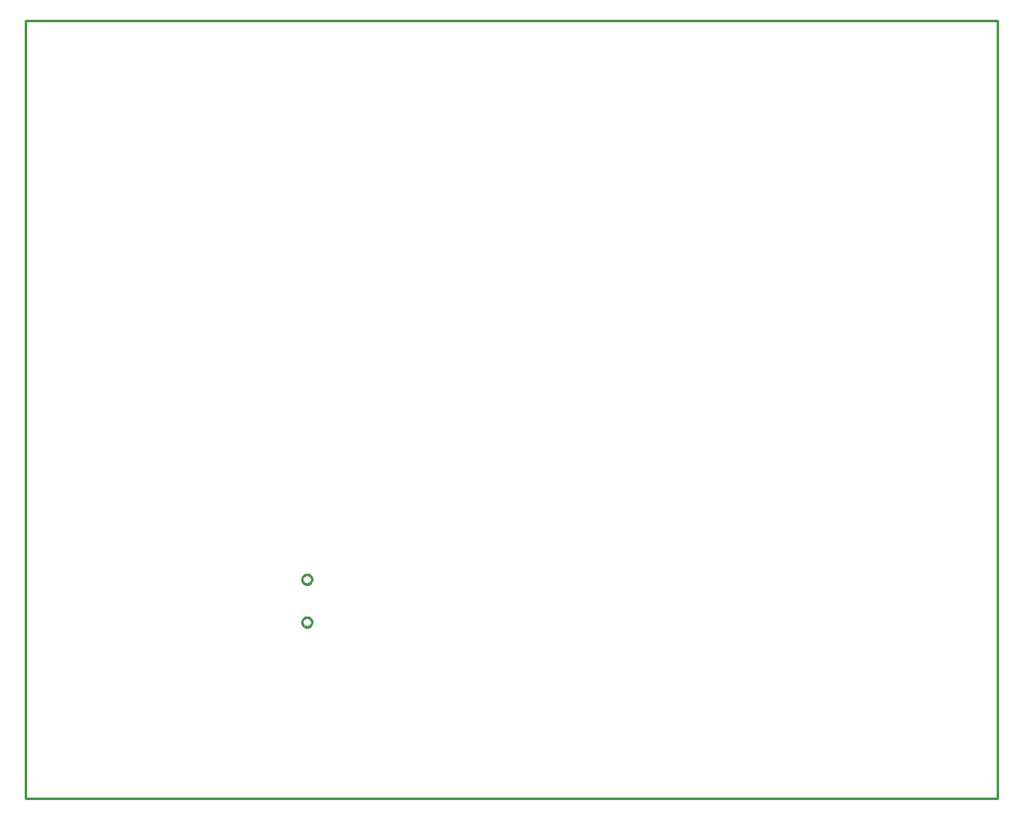
<source format=gbr>
G04 EAGLE Gerber RS-274X export*
G75*
%MOMM*%
%FSLAX34Y34*%
%LPD*%
%IN*%
%IPPOS*%
%AMOC8*
5,1,8,0,0,1.08239X$1,22.5*%
G01*
%ADD10C,0.254000*%


D10*
X0Y0D02*
X1000000Y0D01*
X1000000Y800000D01*
X0Y800000D01*
X0Y0D01*
X289119Y220200D02*
X288561Y220263D01*
X288014Y220388D01*
X287484Y220573D01*
X286978Y220817D01*
X286502Y221116D01*
X286063Y221466D01*
X285666Y221863D01*
X285316Y222302D01*
X285017Y222778D01*
X284773Y223284D01*
X284588Y223814D01*
X284463Y224361D01*
X284400Y224919D01*
X284400Y225481D01*
X284463Y226039D01*
X284588Y226586D01*
X284773Y227116D01*
X285017Y227622D01*
X285316Y228098D01*
X285666Y228537D01*
X286063Y228934D01*
X286502Y229284D01*
X286978Y229583D01*
X287484Y229827D01*
X288014Y230012D01*
X288561Y230137D01*
X289119Y230200D01*
X289681Y230200D01*
X290239Y230137D01*
X290786Y230012D01*
X291316Y229827D01*
X291822Y229583D01*
X292298Y229284D01*
X292737Y228934D01*
X293134Y228537D01*
X293484Y228098D01*
X293783Y227622D01*
X294027Y227116D01*
X294212Y226586D01*
X294337Y226039D01*
X294400Y225481D01*
X294400Y224919D01*
X294337Y224361D01*
X294212Y223814D01*
X294027Y223284D01*
X293783Y222778D01*
X293484Y222302D01*
X293134Y221863D01*
X292737Y221466D01*
X292298Y221116D01*
X291822Y220817D01*
X291316Y220573D01*
X290786Y220388D01*
X290239Y220263D01*
X289681Y220200D01*
X289119Y220200D01*
X289119Y176200D02*
X288561Y176263D01*
X288014Y176388D01*
X287484Y176573D01*
X286978Y176817D01*
X286502Y177116D01*
X286063Y177466D01*
X285666Y177863D01*
X285316Y178302D01*
X285017Y178778D01*
X284773Y179284D01*
X284588Y179814D01*
X284463Y180361D01*
X284400Y180919D01*
X284400Y181481D01*
X284463Y182039D01*
X284588Y182586D01*
X284773Y183116D01*
X285017Y183622D01*
X285316Y184098D01*
X285666Y184537D01*
X286063Y184934D01*
X286502Y185284D01*
X286978Y185583D01*
X287484Y185827D01*
X288014Y186012D01*
X288561Y186137D01*
X289119Y186200D01*
X289681Y186200D01*
X290239Y186137D01*
X290786Y186012D01*
X291316Y185827D01*
X291822Y185583D01*
X292298Y185284D01*
X292737Y184934D01*
X293134Y184537D01*
X293484Y184098D01*
X293783Y183622D01*
X294027Y183116D01*
X294212Y182586D01*
X294337Y182039D01*
X294400Y181481D01*
X294400Y180919D01*
X294337Y180361D01*
X294212Y179814D01*
X294027Y179284D01*
X293783Y178778D01*
X293484Y178302D01*
X293134Y177863D01*
X292737Y177466D01*
X292298Y177116D01*
X291822Y176817D01*
X291316Y176573D01*
X290786Y176388D01*
X290239Y176263D01*
X289681Y176200D01*
X289119Y176200D01*
M02*

</source>
